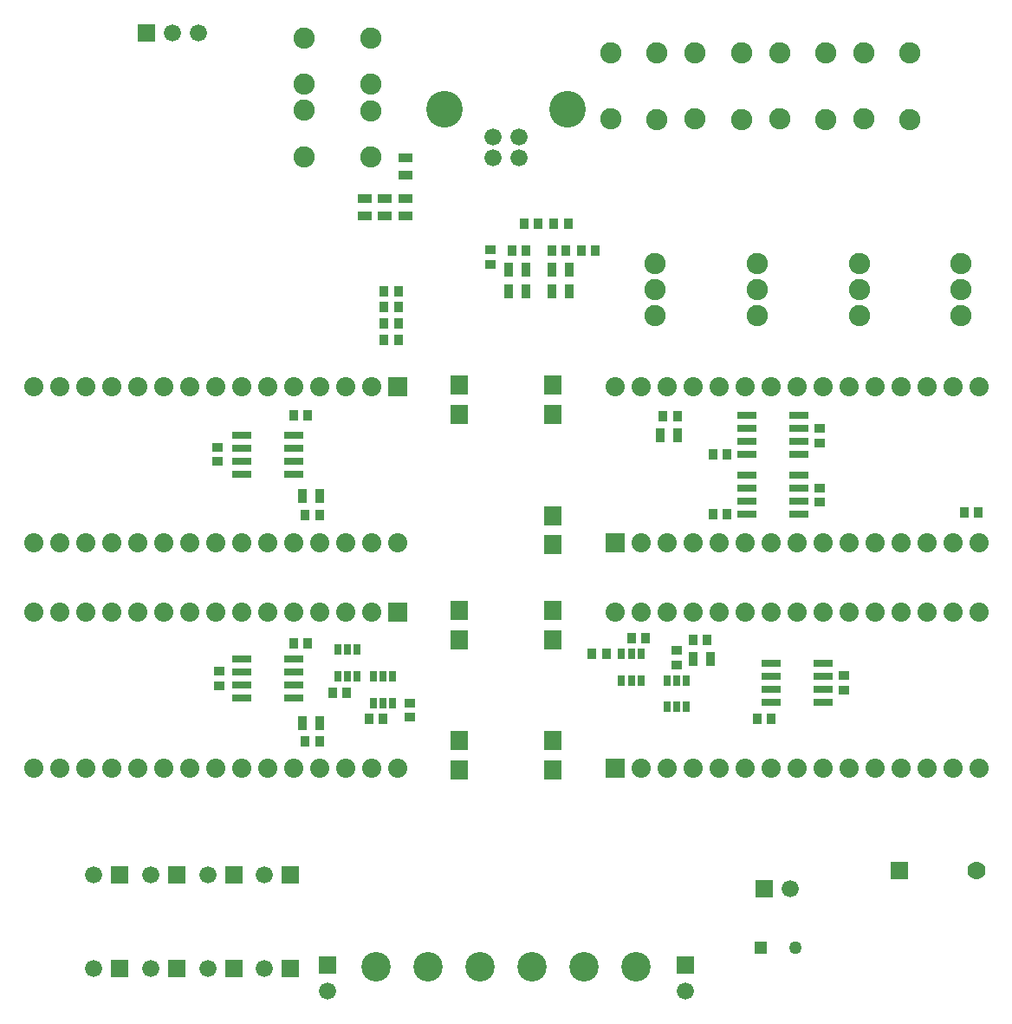
<source format=gts>
G04*
G04 #@! TF.GenerationSoftware,Altium Limited,Altium Designer,18.0.12 (696)*
G04*
G04 Layer_Color=8388736*
%FSLAX44Y44*%
%MOMM*%
G71*
G01*
G75*
%ADD26R,1.8034X1.9050*%
%ADD27R,0.7662X1.0762*%
%ADD28R,1.4262X0.8762*%
%ADD29R,0.8262X0.9762*%
%ADD30R,0.9762X0.8262*%
%ADD31R,0.8762X1.4262*%
%ADD32R,1.9812X0.7366*%
%ADD33C,2.0762*%
%ADD34C,2.8762*%
%ADD35C,1.2762*%
%ADD36R,1.2762X1.2762*%
%ADD37R,1.6764X1.6764*%
%ADD38C,1.6764*%
%ADD39C,1.6762*%
%ADD40C,3.5762*%
%ADD41R,1.7762X1.7762*%
%ADD42C,1.7762*%
%ADD43R,1.6764X1.6764*%
%ADD44C,1.8762*%
%ADD45R,1.8762X1.8762*%
D26*
X454000Y407728D02*
D03*
Y379280D02*
D03*
Y627728D02*
D03*
Y599280D02*
D03*
Y252272D02*
D03*
Y280720D02*
D03*
X546000Y627728D02*
D03*
Y599280D02*
D03*
Y472272D02*
D03*
Y500720D02*
D03*
Y407728D02*
D03*
Y379280D02*
D03*
Y252272D02*
D03*
Y280720D02*
D03*
D27*
X622300Y365750D02*
D03*
X612800D02*
D03*
X631800Y339750D02*
D03*
X622300D02*
D03*
X612800D02*
D03*
X631800Y365750D02*
D03*
X666700Y339750D02*
D03*
X657200D02*
D03*
X676200Y313750D02*
D03*
X666700D02*
D03*
X657200D02*
D03*
X676200Y339750D02*
D03*
X344950Y343750D02*
D03*
X354450D02*
D03*
X335450Y369750D02*
D03*
X344950D02*
D03*
X354450D02*
D03*
X335450Y343750D02*
D03*
X379850Y317750D02*
D03*
X389350D02*
D03*
X370350Y343750D02*
D03*
X379850D02*
D03*
X389350D02*
D03*
X370350Y317750D02*
D03*
D28*
X401500Y833000D02*
D03*
Y850000D02*
D03*
Y793500D02*
D03*
Y810500D02*
D03*
X381500Y793500D02*
D03*
Y810500D02*
D03*
X361500Y793500D02*
D03*
Y810500D02*
D03*
D29*
X394500Y720000D02*
D03*
X380500D02*
D03*
X394500Y704000D02*
D03*
X380500D02*
D03*
X394500Y688000D02*
D03*
X380500D02*
D03*
Y672000D02*
D03*
X394500D02*
D03*
X560750Y786000D02*
D03*
X546750D02*
D03*
X531500D02*
D03*
X517500D02*
D03*
X573250Y759490D02*
D03*
X587250D02*
D03*
X519500D02*
D03*
X505500D02*
D03*
X961750Y504000D02*
D03*
X947750D02*
D03*
X702000Y560300D02*
D03*
X716000D02*
D03*
X653500Y597750D02*
D03*
X667500D02*
D03*
X759250Y302500D02*
D03*
X745250D02*
D03*
X696600Y379000D02*
D03*
X682600D02*
D03*
X597750Y365750D02*
D03*
X583750D02*
D03*
X636300Y381250D02*
D03*
X622300D02*
D03*
X306400Y375500D02*
D03*
X292400D02*
D03*
X330250Y327750D02*
D03*
X344250D02*
D03*
X365850Y302000D02*
D03*
X379850D02*
D03*
X303800Y280000D02*
D03*
X317800D02*
D03*
X303800Y501000D02*
D03*
X317800D02*
D03*
X306250Y598250D02*
D03*
X292250D02*
D03*
X558500Y759490D02*
D03*
X544500D02*
D03*
X716000Y502300D02*
D03*
X702000D02*
D03*
D30*
X485000Y760220D02*
D03*
Y746220D02*
D03*
X806750Y571700D02*
D03*
Y585700D02*
D03*
Y513700D02*
D03*
Y527700D02*
D03*
X830000Y344198D02*
D03*
Y330198D02*
D03*
X666750Y368750D02*
D03*
Y354750D02*
D03*
X217750Y553552D02*
D03*
Y567552D02*
D03*
X220000Y348352D02*
D03*
Y334352D02*
D03*
X406000Y317750D02*
D03*
Y303750D02*
D03*
D31*
X544500Y741000D02*
D03*
X561500D02*
D03*
Y720000D02*
D03*
X544500D02*
D03*
X519500Y741000D02*
D03*
X502500D02*
D03*
Y720000D02*
D03*
X519500D02*
D03*
X650500Y578750D02*
D03*
X667500D02*
D03*
X699600Y361000D02*
D03*
X682600D02*
D03*
X300800Y298000D02*
D03*
X317800D02*
D03*
X300800Y520000D02*
D03*
X317800D02*
D03*
D32*
X735600Y560300D02*
D03*
Y573000D02*
D03*
X786400Y585700D02*
D03*
Y598400D02*
D03*
X735600Y585700D02*
D03*
Y598400D02*
D03*
X786400Y560300D02*
D03*
Y573000D02*
D03*
X735600Y502300D02*
D03*
Y515000D02*
D03*
X786400Y527700D02*
D03*
Y540400D02*
D03*
X735600Y527700D02*
D03*
Y540400D02*
D03*
X786400Y502300D02*
D03*
Y515000D02*
D03*
X759200Y318350D02*
D03*
Y331050D02*
D03*
X810000Y343750D02*
D03*
Y356450D02*
D03*
X759200Y343750D02*
D03*
Y356450D02*
D03*
X810000Y318350D02*
D03*
Y331050D02*
D03*
X292400Y360200D02*
D03*
Y347500D02*
D03*
X241600Y334800D02*
D03*
Y322100D02*
D03*
X292400Y334800D02*
D03*
Y322100D02*
D03*
X241600Y360200D02*
D03*
Y347500D02*
D03*
X292400Y579400D02*
D03*
Y566700D02*
D03*
X241600Y554000D02*
D03*
Y541300D02*
D03*
X292400Y554000D02*
D03*
Y541300D02*
D03*
X241600Y579400D02*
D03*
Y566700D02*
D03*
D33*
X944700Y721000D02*
D03*
Y695600D02*
D03*
Y746400D02*
D03*
X845600Y721000D02*
D03*
Y695600D02*
D03*
Y746400D02*
D03*
X745600Y721000D02*
D03*
Y695600D02*
D03*
Y746400D02*
D03*
X645600Y721000D02*
D03*
Y695600D02*
D03*
Y746400D02*
D03*
X303054Y896166D02*
D03*
X367790Y896096D02*
D03*
X302790Y851096D02*
D03*
X367790D02*
D03*
X367526Y921937D02*
D03*
X302790Y922008D02*
D03*
X367790Y967008D02*
D03*
X302790D02*
D03*
X894500Y952500D02*
D03*
Y887500D02*
D03*
X849500Y952500D02*
D03*
X849429Y887764D02*
D03*
X812167Y952500D02*
D03*
Y887500D02*
D03*
X767167Y952500D02*
D03*
X767096Y887764D02*
D03*
X729833Y952500D02*
D03*
Y887500D02*
D03*
X684833Y952500D02*
D03*
X684763Y887764D02*
D03*
X647500Y952500D02*
D03*
Y887500D02*
D03*
X602500Y952500D02*
D03*
X602429Y887764D02*
D03*
D34*
X627000Y60000D02*
D03*
X525400D02*
D03*
X576200D02*
D03*
X474600D02*
D03*
X423800D02*
D03*
X373000D02*
D03*
D35*
X783000Y78250D02*
D03*
D36*
X749000D02*
D03*
D37*
X148850Y971750D02*
D03*
X674750Y61750D02*
D03*
X325250Y61900D02*
D03*
D38*
X174250Y971750D02*
D03*
X199650D02*
D03*
X778000Y136250D02*
D03*
X264100Y58000D02*
D03*
X208267Y58000D02*
D03*
X152433D02*
D03*
X96600Y58500D02*
D03*
X264100Y150000D02*
D03*
X208267D02*
D03*
X152433D02*
D03*
X96600Y150002D02*
D03*
X674750Y36350D02*
D03*
X325250Y36500D02*
D03*
D39*
X487500Y850000D02*
D03*
X512500Y870480D02*
D03*
Y850000D02*
D03*
X487500Y870480D02*
D03*
D40*
X439800Y897580D02*
D03*
X560200D02*
D03*
D41*
X884000Y153750D02*
D03*
D42*
X960000D02*
D03*
D43*
X752600Y136250D02*
D03*
X289500Y58000D02*
D03*
X233667Y58000D02*
D03*
X177833D02*
D03*
X122000Y58500D02*
D03*
X289500Y150000D02*
D03*
X233667D02*
D03*
X177833D02*
D03*
X122000Y150002D02*
D03*
D44*
X394000Y253800D02*
D03*
X368600D02*
D03*
X343200D02*
D03*
X317800D02*
D03*
X292400D02*
D03*
X267000D02*
D03*
X241600D02*
D03*
X216200D02*
D03*
X190800D02*
D03*
X165400D02*
D03*
X140000D02*
D03*
X114600D02*
D03*
X89200D02*
D03*
X63800D02*
D03*
X38400D02*
D03*
X368600Y406200D02*
D03*
X343200D02*
D03*
X317800D02*
D03*
X267000D02*
D03*
X292400D02*
D03*
X216200D02*
D03*
X241600D02*
D03*
X165400D02*
D03*
X190800D02*
D03*
X114600D02*
D03*
X140000D02*
D03*
X63800D02*
D03*
X89200D02*
D03*
X38400D02*
D03*
X606400Y406197D02*
D03*
X631800D02*
D03*
X657200D02*
D03*
X682600D02*
D03*
X708000D02*
D03*
X733400D02*
D03*
X758800D02*
D03*
X784200D02*
D03*
X809600D02*
D03*
X835000D02*
D03*
X860400D02*
D03*
X885800D02*
D03*
X911200D02*
D03*
X936600D02*
D03*
X962000D02*
D03*
X631800Y253797D02*
D03*
X657200D02*
D03*
X682600D02*
D03*
X733400D02*
D03*
X708000D02*
D03*
X784200D02*
D03*
X758800D02*
D03*
X835000D02*
D03*
X809600D02*
D03*
X885800D02*
D03*
X860400D02*
D03*
X936600D02*
D03*
X911200D02*
D03*
X962000D02*
D03*
X606400Y626200D02*
D03*
X631800D02*
D03*
X657200D02*
D03*
X682600D02*
D03*
X708000D02*
D03*
X733400D02*
D03*
X758800D02*
D03*
X784200D02*
D03*
X809600D02*
D03*
X835000D02*
D03*
X860400D02*
D03*
X885800D02*
D03*
X911200D02*
D03*
X936600D02*
D03*
X962000D02*
D03*
X631800Y473800D02*
D03*
X657200D02*
D03*
X682600D02*
D03*
X733400D02*
D03*
X708000D02*
D03*
X784200D02*
D03*
X758800D02*
D03*
X835000D02*
D03*
X809600D02*
D03*
X885800D02*
D03*
X860400D02*
D03*
X936600D02*
D03*
X911200D02*
D03*
X962000D02*
D03*
X394000D02*
D03*
X368600D02*
D03*
X343200D02*
D03*
X317800D02*
D03*
X292400D02*
D03*
X267000D02*
D03*
X241600D02*
D03*
X216200D02*
D03*
X190800D02*
D03*
X165400D02*
D03*
X140000D02*
D03*
X114600D02*
D03*
X89200D02*
D03*
X63800D02*
D03*
X38400D02*
D03*
X368600Y626200D02*
D03*
X343200D02*
D03*
X317800D02*
D03*
X267000D02*
D03*
X292400D02*
D03*
X216200D02*
D03*
X241600D02*
D03*
X165400D02*
D03*
X190800D02*
D03*
X114600D02*
D03*
X140000D02*
D03*
X63800D02*
D03*
X89200D02*
D03*
X38400D02*
D03*
D45*
X394000Y406200D02*
D03*
X606400Y253797D02*
D03*
Y473800D02*
D03*
X394000Y626200D02*
D03*
M02*

</source>
